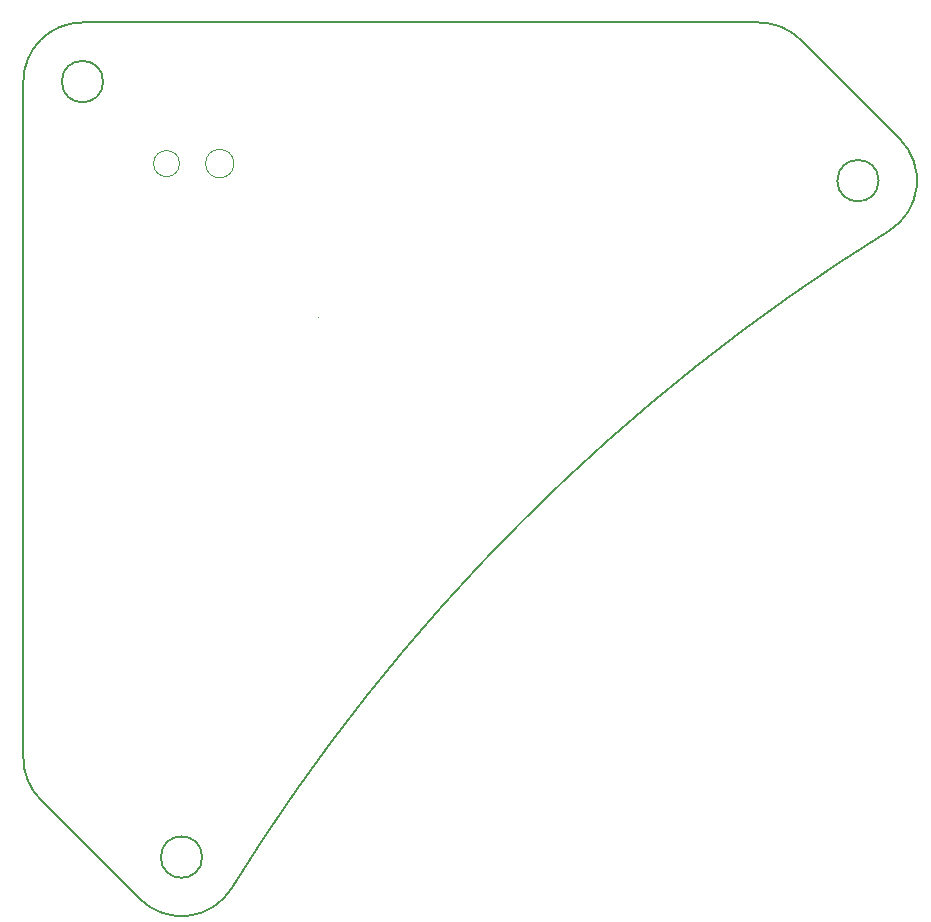
<source format=gbr>
%TF.GenerationSoftware,KiCad,Pcbnew,9.0.6*%
%TF.CreationDate,2026-02-01T13:52:18+01:00*%
%TF.ProjectId,hw,68772e6b-6963-4616-945f-706362585858,rev?*%
%TF.SameCoordinates,Original*%
%TF.FileFunction,Profile,NP*%
%FSLAX46Y46*%
G04 Gerber Fmt 4.6, Leading zero omitted, Abs format (unit mm)*
G04 Created by KiCad (PCBNEW 9.0.6) date 2026-02-01 13:52:18*
%MOMM*%
%LPD*%
G01*
G04 APERTURE LIST*
%TA.AperFunction,Profile*%
%ADD10C,0.200000*%
%TD*%
%TA.AperFunction,Profile*%
%ADD11C,0.010050*%
%TD*%
%TA.AperFunction,Profile*%
%ADD12C,0.050000*%
%TD*%
G04 APERTURE END LIST*
D10*
X122449999Y-55185001D02*
X179725650Y-55185001D01*
X179725650Y-55185001D02*
G75*
G02*
X183261208Y-56649442I50J-4999999D01*
G01*
X189863548Y-68572899D02*
G75*
G02*
X186363548Y-68572899I-1750000J0D01*
G01*
X186363548Y-68572899D02*
G75*
G02*
X189863548Y-68572899I1750000J0D01*
G01*
X135090366Y-128478476D02*
G75*
G02*
X127302373Y-129384075I-4252466J2629976D01*
G01*
X117450000Y-117460651D02*
X117450000Y-60185001D01*
X117450000Y-60185001D02*
G75*
G02*
X122449999Y-55185000I5000000J1D01*
G01*
X132587898Y-125848549D02*
G75*
G02*
X129087898Y-125848549I-1750000J0D01*
G01*
X129087898Y-125848549D02*
G75*
G02*
X132587898Y-125848549I1750000J0D01*
G01*
X127302365Y-129384083D02*
X118914465Y-120996183D01*
X124200000Y-60185001D02*
G75*
G02*
X120700000Y-60185001I-1750000J0D01*
G01*
X120700000Y-60185001D02*
G75*
G02*
X124200000Y-60185001I1750000J0D01*
G01*
X118914465Y-120996183D02*
G75*
G02*
X117450035Y-117460651I3535535J3535483D01*
G01*
X183261183Y-56649467D02*
X191649082Y-65037366D01*
D11*
X142446403Y-80176379D02*
G75*
G02*
X142436353Y-80176379I-5025J0D01*
G01*
X142436353Y-80176379D02*
G75*
G02*
X142446403Y-80176379I5025J0D01*
G01*
D10*
X191649082Y-65037366D02*
G75*
G02*
X190743480Y-72825375I-3535582J-3535534D01*
G01*
X135090366Y-128478476D02*
G75*
G02*
X190743475Y-72825367I145859634J-90206524D01*
G01*
D12*
%TO.C,ROT1*%
X130672000Y-67133400D02*
G75*
G02*
X128473200Y-67133400I-1099400J0D01*
G01*
X128473200Y-67133400D02*
G75*
G02*
X130672000Y-67133400I1099400J0D01*
G01*
X135272000Y-67133400D02*
G75*
G02*
X132873200Y-67133400I-1199400J0D01*
G01*
X132873200Y-67133400D02*
G75*
G02*
X135272000Y-67133400I1199400J0D01*
G01*
%TD*%
M02*

</source>
